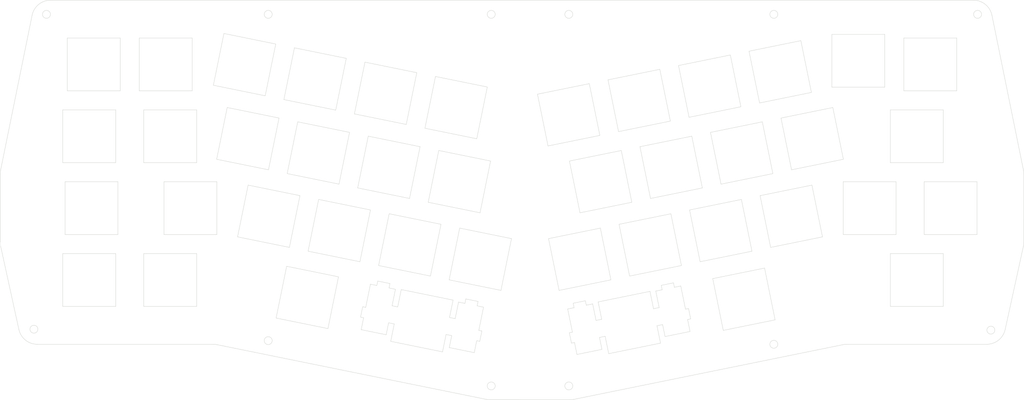
<source format=kicad_pcb>
(kicad_pcb (version 20171130) (host pcbnew "(5.1.2)-2")

  (general
    (thickness 1.6)
    (drawings 268)
    (tracks 0)
    (zones 0)
    (modules 0)
    (nets 1)
  )

  (page A3)
  (layers
    (0 F.Cu signal)
    (31 B.Cu signal)
    (32 B.Adhes user)
    (33 F.Adhes user)
    (34 B.Paste user)
    (35 F.Paste user)
    (36 B.SilkS user)
    (37 F.SilkS user)
    (38 B.Mask user)
    (39 F.Mask user)
    (40 Dwgs.User user)
    (41 Cmts.User user)
    (42 Eco1.User user)
    (43 Eco2.User user)
    (44 Edge.Cuts user)
    (45 Margin user)
    (46 B.CrtYd user)
    (47 F.CrtYd user)
    (48 B.Fab user)
    (49 F.Fab user)
  )

  (setup
    (last_trace_width 0.25)
    (trace_clearance 0.2)
    (zone_clearance 0.508)
    (zone_45_only no)
    (trace_min 0.2)
    (via_size 0.8)
    (via_drill 0.4)
    (via_min_size 0.4)
    (via_min_drill 0.3)
    (uvia_size 0.3)
    (uvia_drill 0.1)
    (uvias_allowed no)
    (uvia_min_size 0.2)
    (uvia_min_drill 0.1)
    (edge_width 0.1)
    (segment_width 0.2)
    (pcb_text_width 0.3)
    (pcb_text_size 1.5 1.5)
    (mod_edge_width 0.12)
    (mod_text_size 1 1)
    (mod_text_width 0.15)
    (pad_size 1.524 1.524)
    (pad_drill 0.762)
    (pad_to_mask_clearance 0.051)
    (solder_mask_min_width 0.25)
    (aux_axis_origin 0 0)
    (grid_origin 27.370075 17.1259)
    (visible_elements 7FFFFFFF)
    (pcbplotparams
      (layerselection 0x010fc_ffffffff)
      (usegerberextensions false)
      (usegerberattributes false)
      (usegerberadvancedattributes false)
      (creategerberjobfile false)
      (excludeedgelayer true)
      (linewidth 0.100000)
      (plotframeref false)
      (viasonmask false)
      (mode 1)
      (useauxorigin false)
      (hpglpennumber 1)
      (hpglpenspeed 20)
      (hpglpendiameter 15.000000)
      (psnegative false)
      (psa4output false)
      (plotreference true)
      (plotvalue true)
      (plotinvisibletext false)
      (padsonsilk false)
      (subtractmaskfromsilk false)
      (outputformat 1)
      (mirror false)
      (drillshape 1)
      (scaleselection 1)
      (outputdirectory ""))
  )

  (net 0 "")

  (net_class Default "これはデフォルトのネット クラスです。"
    (clearance 0.2)
    (trace_width 0.25)
    (via_dia 0.8)
    (via_drill 0.4)
    (uvia_dia 0.3)
    (uvia_drill 0.1)
  )

  (gr_circle (center 95.558075 25.8549) (end 96.608075 25.8549) (layer Edge.Cuts) (width 0.1))
  (gr_circle (center 229.403075 25.8549) (end 230.453075 25.8549) (layer Edge.Cuts) (width 0.1))
  (gr_line (start 24.605562 68.207918) (end 24.605562 86.214808) (layer Edge.Cuts) (width 0.1) (tstamp 5D5EA272))
  (gr_line (start 33.054149 26.108264) (end 24.705963 67.211) (layer Edge.Cuts) (width 0.1) (tstamp 5D5EA271))
  (gr_line (start 282.244485 22.105) (end 37.953899 22.105) (layer Edge.Cuts) (width 0.1) (tstamp 5D5EA270))
  (gr_line (start 295.48906 67.210159) (end 287.141625 26.110803) (layer Edge.Cuts) (width 0.1) (tstamp 5D5EA26F))
  (gr_line (start 295.58752 86.221756) (end 295.589437 68.207) (layer Edge.Cuts) (width 0.1) (tstamp 5D5EA26E))
  (gr_line (start 290.643656 109.37015) (end 295.473437 87.287) (layer Edge.Cuts) (width 0.1) (tstamp 5D5EA26D))
  (gr_line (start 248.709521 113.305) (end 285.758425 113.305) (layer Edge.Cuts) (width 0.1) (tstamp 5D5EA26C))
  (gr_line (start 176.363925 127.922386) (end 247.712712 113.405373) (layer Edge.Cuts) (width 0.1) (tstamp 5D5EA26B))
  (gr_line (start 154.345296 128.021765) (end 175.367041 128.022767) (layer Edge.Cuts) (width 0.1) (tstamp 5D5EA26A))
  (gr_line (start 81.99075 113.405) (end 153.348497 127.920547) (layer Edge.Cuts) (width 0.1) (tstamp 5D5EA269))
  (gr_line (start 34.435481 113.305) (end 80.993872 113.304998) (layer Edge.Cuts) (width 0.1) (tstamp 5D5EA268))
  (gr_line (start 24.720339 87.280005) (end 29.55175 109.367704) (layer Edge.Cuts) (width 0.1) (tstamp 5D5EA267))
  (gr_arc (start 29.605772 86.214808) (end 24.605562 86.214808) (angle -12.3) (layer Edge.Cuts) (width 0.05))
  (gr_arc (start 29.605962 68.207999) (end 24.705963 67.211) (angle -11.5) (layer Edge.Cuts) (width 0.1))
  (gr_arc (start 37.953899 27.105129) (end 37.953899 22.105) (angle -78.5) (layer Edge.Cuts) (width 0.1))
  (gr_arc (start 282.241626 27.104802) (end 287.141625 26.110803) (angle -78.5) (layer Edge.Cuts) (width 0.1))
  (gr_arc (start 290.589429 68.207) (end 295.589437 68.207) (angle -11.5) (layer Edge.Cuts) (width 0.1))
  (gr_arc (start 290.587438 86.225001) (end 295.473437 87.287) (angle -12.3) (layer Edge.Cuts) (width 0.1))
  (gr_arc (start 285.758425 108.304997) (end 285.758425 113.305) (angle -77.7) (layer Edge.Cuts) (width 0.1))
  (gr_arc (start 248.709521 118.304846) (end 248.709521 113.305) (angle -11.5) (layer Edge.Cuts) (width 0.1))
  (gr_arc (start 175.367041 123.022547) (end 175.367041 128.022767) (angle -11.5) (layer Edge.Cuts) (width 0.1))
  (gr_arc (start 154.349496 123.021548) (end 153.348497 127.920547) (angle -11.5) (layer Edge.Cuts) (width 0.1))
  (gr_arc (start 80.995751 118.304999) (end 81.99075 113.405) (angle -11.5) (layer Edge.Cuts) (width 0.1))
  (gr_arc (start 34.437749 108.304705) (end 29.55175 109.367704) (angle -77.7) (layer Edge.Cuts) (width 0.1))
  (gr_circle (center 154.59375 25.855) (end 155.64375 25.855) (layer Edge.Cuts) (width 0.1) (tstamp 5D5EA202))
  (gr_circle (center 175.12575 25.855) (end 176.17575 25.855) (layer Edge.Cuts) (width 0.1))
  (gr_circle (center 229.402375 113.304) (end 230.452375 113.304) (layer Edge.Cuts) (width 0.1))
  (gr_circle (center 95.558375 112.338) (end 96.608375 112.338) (layer Edge.Cuts) (width 0.1))
  (gr_circle (center 175.125497 124.346767) (end 176.175497 124.346767) (layer Edge.Cuts) (width 0.1))
  (gr_circle (center 154.593497 124.346767) (end 155.643497 124.346767) (layer Edge.Cuts) (width 0.1))
  (gr_circle (center 286.85275 109.555) (end 287.90275 109.555) (layer Edge.Cuts) (width 0.1))
  (gr_circle (center 33.537375 109.305) (end 34.587375 109.305) (layer Edge.Cuts) (width 0.1))
  (gr_circle (center 36.855375 25.855) (end 37.905375 25.855) (layer Edge.Cuts) (width 0.1))
  (gr_circle (center 283.33975 25.855) (end 284.38975 25.855) (layer Edge.Cuts) (width 0.1))
  (gr_line (start 138.499375 95.2247) (end 141.291375 81.5049) (layer Edge.Cuts) (width 0.1) (tstamp 5D5CCACF))
  (gr_line (start 169.762375 85.3029) (end 172.554375 99.0226) (layer Edge.Cuts) (width 0.1) (tstamp 5D5CCAD2))
  (gr_line (start 159.958375 85.3029) (end 146.239375 82.5124) (layer Edge.Cuts) (width 0.1) (tstamp 5D5CCAD5))
  (gr_line (start 127.572375 78.7144) (end 124.780375 92.4328) (layer Edge.Cuts) (width 0.1) (tstamp 5D5CCAD8))
  (gr_line (start 143.447375 96.2307) (end 157.167375 99.0226) (layer Edge.Cuts) (width 0.1) (tstamp 5D5CCADB))
  (gr_line (start 122.622375 77.7072) (end 108.904375 74.9164) (layer Edge.Cuts) (width 0.1) (tstamp 5D5CCADE))
  (gr_line (start 204.940375 92.4328) (end 202.149375 78.7144) (layer Edge.Cuts) (width 0.1) (tstamp 5D5CCAE1))
  (gr_line (start 119.832375 91.4268) (end 122.622375 77.7072) (layer Edge.Cuts) (width 0.1) (tstamp 5D5CCAE4))
  (gr_line (start 157.167375 99.0226) (end 159.958375 85.3029) (layer Edge.Cuts) (width 0.1) (tstamp 5D5CCAE7))
  (gr_line (start 274.253375 89.2757) (end 274.253375 103.2766) (layer Edge.Cuts) (width 0.1) (tstamp 5D5CCAEA))
  (gr_line (start 106.112375 88.6335) (end 119.832375 91.4268) (layer Edge.Cuts) (width 0.1) (tstamp 5D5CCAED))
  (gr_line (start 186.273375 96.2307) (end 183.482375 82.5124) (layer Edge.Cuts) (width 0.1) (tstamp 5D5CCAF0))
  (gr_line (start 202.149375 78.7144) (end 188.429375 81.5049) (layer Edge.Cuts) (width 0.1) (tstamp 5D5CCAF3))
  (gr_line (start 183.482375 82.5124) (end 169.762375 85.3029) (layer Edge.Cuts) (width 0.1) (tstamp 5D5CCAF6))
  (gr_line (start 260.254374 103.2766) (end 260.254374 89.2757) (layer Edge.Cuts) (width 0.1) (tstamp 5D5CCAF9))
  (gr_line (start 260.254374 89.2757) (end 274.253375 89.2757) (layer Edge.Cuts) (width 0.1) (tstamp 5D5CCAFC))
  (gr_line (start 191.221375 95.2247) (end 204.940375 92.4328) (layer Edge.Cuts) (width 0.1) (tstamp 5D5CCAFF))
  (gr_line (start 188.429375 81.5049) (end 191.221375 95.2247) (layer Edge.Cuts) (width 0.1) (tstamp 5D5CCB02))
  (gr_line (start 146.239375 82.5124) (end 143.447375 96.2307) (layer Edge.Cuts) (width 0.1) (tstamp 5D5CCB05))
  (gr_line (start 124.780375 92.4328) (end 138.499375 95.2247) (layer Edge.Cuts) (width 0.1) (tstamp 5D5CCB08))
  (gr_line (start 274.253375 103.2766) (end 260.254374 103.2766) (layer Edge.Cuts) (width 0.1) (tstamp 5D5CCB0B))
  (gr_line (start 172.554375 99.0226) (end 186.273375 96.2307) (layer Edge.Cuts) (width 0.1) (tstamp 5D5CCB0E))
  (gr_line (start 141.291375 81.5049) (end 127.572375 78.7144) (layer Edge.Cuts) (width 0.1) (tstamp 5D5CCB11))
  (gr_line (start 185.501375 43.2204) (end 188.292375 56.9385) (layer Edge.Cuts) (width 0.1) (tstamp 5D5CCB14))
  (gr_line (start 76.611375 51.1759) (end 76.611375 65.1766) (layer Edge.Cuts) (width 0.1) (tstamp 5D5CCB17))
  (gr_line (start 150.762375 58.8375) (end 153.553375 45.1194) (layer Edge.Cuts) (width 0.1) (tstamp 5D5CCB1A))
  (gr_line (start 245.020375 50.5515) (end 231.300375 53.3433) (layer Edge.Cuts) (width 0.1) (tstamp 5D5CCB1D))
  (gr_line (start 169.625375 60.7365) (end 183.344375 57.946) (layer Edge.Cuts) (width 0.1) (tstamp 5D5CCB20))
  (gr_line (start 137.042374 56.0456) (end 150.762375 58.8375) (layer Edge.Cuts) (width 0.1) (tstamp 5D5CCB23))
  (gr_line (start 55.178675 65.1766) (end 41.179475 65.1766) (layer Edge.Cuts) (width 0.1) (tstamp 5D5CCB26))
  (gr_line (start 229.143375 68.0676) (end 226.353375 54.3495) (layer Edge.Cuts) (width 0.1) (tstamp 5D5CCB29))
  (gr_line (start 180.552375 44.2276) (end 166.834375 47.018) (layer Edge.Cuts) (width 0.1) (tstamp 5D5CCB2C))
  (gr_line (start 260.254374 65.1766) (end 260.254374 51.1759) (layer Edge.Cuts) (width 0.1) (tstamp 5D5CCB2F))
  (gr_line (start 234.092375 67.0618) (end 247.810375 64.2699) (layer Edge.Cuts) (width 0.1) (tstamp 5D5CCB32))
  (gr_line (start 95.628575 67.0618) (end 98.420475 53.3433) (layer Edge.Cuts) (width 0.1) (tstamp 5D5CCB35))
  (gr_line (start 41.179475 51.1759) (end 55.178675 51.1759) (layer Edge.Cuts) (width 0.1) (tstamp 5D5CCB38))
  (gr_line (start 274.253375 65.1766) (end 260.254374 65.1766) (layer Edge.Cuts) (width 0.1) (tstamp 5D5CCB3B))
  (gr_line (start 103.367375 54.3495) (end 100.576975 68.0676) (layer Edge.Cuts) (width 0.1) (tstamp 5D5CCB3E))
  (gr_line (start 183.344375 57.946) (end 180.552375 44.2276) (layer Edge.Cuts) (width 0.1) (tstamp 5D5CCB41))
  (gr_line (start 260.254374 51.1759) (end 274.253375 51.1759) (layer Edge.Cuts) (width 0.1) (tstamp 5D5CCB44))
  (gr_line (start 41.179475 65.1766) (end 41.179475 51.1759) (layer Edge.Cuts) (width 0.1) (tstamp 5D5CCB47))
  (gr_line (start 117.087375 57.1413) (end 103.367375 54.3495) (layer Edge.Cuts) (width 0.1) (tstamp 5D5CCB4A))
  (gr_line (start 55.178675 51.1759) (end 55.178675 65.1766) (layer Edge.Cuts) (width 0.1) (tstamp 5D5CCB4D))
  (gr_line (start 247.810375 64.2699) (end 245.020375 50.5515) (layer Edge.Cuts) (width 0.1) (tstamp 5D5CCB50))
  (gr_line (start 231.300375 53.3433) (end 234.092375 67.0618) (layer Edge.Cuts) (width 0.1) (tstamp 5D5CCB53))
  (gr_line (start 212.633375 57.1413) (end 215.425375 70.8595) (layer Edge.Cuts) (width 0.1) (tstamp 5D5CCB56))
  (gr_line (start 98.420475 53.3433) (end 84.700575 50.5515) (layer Edge.Cuts) (width 0.1) (tstamp 5D5CCB59))
  (gr_line (start 153.553375 45.1194) (end 139.834375 42.3286) (layer Edge.Cuts) (width 0.1) (tstamp 5D5CCB5C))
  (gr_line (start 76.611375 65.1766) (end 62.610675 65.1766) (layer Edge.Cuts) (width 0.1) (tstamp 5D5CCB5F))
  (gr_line (start 84.700575 50.5515) (end 81.910075 64.2699) (layer Edge.Cuts) (width 0.1) (tstamp 5D5CCB62))
  (gr_line (start 139.834375 42.3286) (end 137.042374 56.0456) (layer Edge.Cuts) (width 0.1) (tstamp 5D5CCB65))
  (gr_line (start 188.292375 56.9385) (end 202.011375 54.148001) (layer Edge.Cuts) (width 0.1) (tstamp 5D5CCB68))
  (gr_line (start 81.910075 64.2699) (end 95.628575 67.0618) (layer Edge.Cuts) (width 0.1) (tstamp 5D5CCB6B))
  (gr_line (start 226.353375 54.3495) (end 212.633375 57.1413) (layer Edge.Cuts) (width 0.1) (tstamp 5D5CCB6E))
  (gr_line (start 220.678375 50.3504) (end 217.888375 36.6305) (layer Edge.Cuts) (width 0.1) (tstamp 5D5CCB71))
  (gr_line (start 121.167375 38.5309) (end 118.375375 52.2494) (layer Edge.Cuts) (width 0.1) (tstamp 5D5CCB74))
  (gr_line (start 62.610675 51.1759) (end 76.611375 51.1759) (layer Edge.Cuts) (width 0.1) (tstamp 5D5CCB77))
  (gr_line (start 166.834375 47.018) (end 169.625375 60.7365) (layer Edge.Cuts) (width 0.1) (tstamp 5D5CCB7A))
  (gr_line (start 204.169375 39.4238) (end 206.960375 53.1408) (layer Edge.Cuts) (width 0.1) (tstamp 5D5CCB7D))
  (gr_line (start 118.375375 52.2494) (end 132.095374 55.0398) (layer Edge.Cuts) (width 0.1) (tstamp 5D5CCB80))
  (gr_line (start 274.253375 51.1759) (end 274.253375 65.1766) (layer Edge.Cuts) (width 0.1) (tstamp 5D5CCB83))
  (gr_line (start 215.425375 70.8595) (end 229.143375 68.0676) (layer Edge.Cuts) (width 0.1) (tstamp 5D5CCB86))
  (gr_line (start 62.610675 65.1766) (end 62.610675 51.1759) (layer Edge.Cuts) (width 0.1) (tstamp 5D5CCB89))
  (gr_line (start 114.296375 70.8595) (end 117.087375 57.1413) (layer Edge.Cuts) (width 0.1) (tstamp 5D5CCB8C))
  (gr_line (start 206.960375 53.1408) (end 220.678375 50.3504) (layer Edge.Cuts) (width 0.1) (tstamp 5D5CCB8F))
  (gr_line (start 134.886375 41.3214) (end 121.167375 38.5309) (layer Edge.Cuts) (width 0.1) (tstamp 5D5CCB92))
  (gr_line (start 132.095374 55.0398) (end 134.886375 41.3214) (layer Edge.Cuts) (width 0.1) (tstamp 5D5CCB95))
  (gr_line (start 199.219375 40.4299) (end 185.501375 43.2204) (layer Edge.Cuts) (width 0.1) (tstamp 5D5CCB98))
  (gr_line (start 202.011375 54.148001) (end 199.219375 40.4299) (layer Edge.Cuts) (width 0.1) (tstamp 5D5CCB9B))
  (gr_line (start 263.826374 32.1259) (end 277.825375 32.1259) (layer Edge.Cuts) (width 0.1) (tstamp 5D5CCB9E))
  (gr_line (start 42.370075 46.1266) (end 42.370075 32.1259) (layer Edge.Cuts) (width 0.1) (tstamp 5D5CCBA1))
  (gr_line (start 56.369375 32.1259) (end 56.369375 46.1266) (layer Edge.Cuts) (width 0.1) (tstamp 5D5CCBA4))
  (gr_line (start 94.760375 47.4452) (end 97.550875 33.7257) (layer Edge.Cuts) (width 0.1) (tstamp 5D5CCBA7))
  (gr_line (start 222.836375 35.6247) (end 225.628375 49.3428) (layer Edge.Cuts) (width 0.1) (tstamp 5D5CCBAA))
  (gr_line (start 113.427375 51.2418) (end 116.217375 37.5248) (layer Edge.Cuts) (width 0.1) (tstamp 5D5CCBAD))
  (gr_line (start 277.825375 32.1259) (end 277.825375 46.1266) (layer Edge.Cuts) (width 0.1) (tstamp 5D5CCBB0))
  (gr_line (start 97.550875 33.7257) (end 83.832375 30.9338) (layer Edge.Cuts) (width 0.1) (tstamp 5D5CCBB3))
  (gr_line (start 61.420075 32.1259) (end 75.419375 32.1259) (layer Edge.Cuts) (width 0.1) (tstamp 5D5CCBB6))
  (gr_line (start 42.370075 32.1259) (end 56.369375 32.1259) (layer Edge.Cuts) (width 0.1) (tstamp 5D5CCBB9))
  (gr_line (start 81.040475 44.6534) (end 94.760375 47.4452) (layer Edge.Cuts) (width 0.1) (tstamp 5D5CCBBC))
  (gr_line (start 239.346375 46.5524) (end 236.554375 32.8325) (layer Edge.Cuts) (width 0.1) (tstamp 5D5CCBBF))
  (gr_line (start 83.832375 30.9338) (end 81.040475 44.6534) (layer Edge.Cuts) (width 0.1) (tstamp 5D5CCBC2))
  (gr_line (start 61.420075 46.1266) (end 61.420075 32.1259) (layer Edge.Cuts) (width 0.1) (tstamp 5D5CCBC5))
  (gr_line (start 75.419375 32.1259) (end 75.419375 46.1266) (layer Edge.Cuts) (width 0.1) (tstamp 5D5CCBC8))
  (gr_line (start 217.888375 36.6305) (end 204.169375 39.4238) (layer Edge.Cuts) (width 0.1) (tstamp 5D5CCBCB))
  (gr_line (start 244.776375 45.173) (end 244.776375 31.1734) (layer Edge.Cuts) (width 0.1) (tstamp 5D5CCBCE))
  (gr_line (start 258.775375 31.1734) (end 258.775375 45.173) (layer Edge.Cuts) (width 0.1) (tstamp 5D5CCBD1))
  (gr_line (start 244.776375 31.1734) (end 258.775375 31.1734) (layer Edge.Cuts) (width 0.1) (tstamp 5D5CCBD4))
  (gr_line (start 116.217375 37.5248) (end 102.499275 34.7315) (layer Edge.Cuts) (width 0.1) (tstamp 5D5CCBD7))
  (gr_line (start 56.369375 46.1266) (end 42.370075 46.1266) (layer Edge.Cuts) (width 0.1) (tstamp 5D5CCBDA))
  (gr_line (start 277.825375 46.1266) (end 263.826374 46.1266) (layer Edge.Cuts) (width 0.1) (tstamp 5D5CCBDD))
  (gr_line (start 263.826374 46.1266) (end 263.826374 32.1259) (layer Edge.Cuts) (width 0.1) (tstamp 5D5CCBE0))
  (gr_line (start 102.499275 34.7315) (end 99.708775 48.4514) (layer Edge.Cuts) (width 0.1) (tstamp 5D5CCBE3))
  (gr_line (start 75.419375 46.1266) (end 61.420075 46.1266) (layer Edge.Cuts) (width 0.1) (tstamp 5D5CCBE6))
  (gr_line (start 236.554375 32.8325) (end 222.836375 35.6247) (layer Edge.Cuts) (width 0.1) (tstamp 5D5CCBE9))
  (gr_line (start 99.708775 48.4514) (end 113.427375 51.2418) (layer Edge.Cuts) (width 0.1) (tstamp 5D5CCBEC))
  (gr_line (start 225.628375 49.3428) (end 239.346375 46.5524) (layer Edge.Cuts) (width 0.1) (tstamp 5D5CCBEF))
  (gr_line (start 258.775375 45.173) (end 244.776375 45.173) (layer Edge.Cuts) (width 0.1) (tstamp 5D5CCBF2))
  (gr_line (start 147.871375 101.2936) (end 147.631375 102.4704) (layer Edge.Cuts) (width 0.1) (tstamp 5D5CCBF5))
  (gr_line (start 151.306375 109.6156) (end 152.556375 103.4722) (layer Edge.Cuts) (width 0.1) (tstamp 5D5CCBF8))
  (gr_line (start 127.426375 107.6146) (end 128.920375 107.9192) (layer Edge.Cuts) (width 0.1) (tstamp 5D5CCBFB))
  (gr_line (start 141.701375 115.31651) (end 142.638375 110.7097) (layer Edge.Cuts) (width 0.1) (tstamp 5D5CCBFE))
  (gr_line (start 150.865375 103.1278) (end 151.105375 101.9523) (layer Edge.Cuts) (width 0.1) (tstamp 5D5CCC01))
  (gr_line (start 143.489375 114.17962) (end 150.103375 115.52458) (layer Edge.Cuts) (width 0.1) (tstamp 5D5CCC04))
  (gr_line (start 151.105375 101.9523) (end 147.871375 101.2936) (layer Edge.Cuts) (width 0.1) (tstamp 5D5CCC07))
  (gr_line (start 152.556375 103.4722) (end 150.865375 103.1278) (layer Edge.Cuts) (width 0.1) (tstamp 5D5CCC0A))
  (gr_line (start 152.114375 109.7809) (end 151.306375 109.6156) (layer Edge.Cuts) (width 0.1) (tstamp 5D5CCC0D))
  (gr_line (start 151.556375 112.5246) (end 152.114375 109.7809) (layer Edge.Cuts) (width 0.1) (tstamp 5D5CCC10))
  (gr_line (start 150.103375 115.52458) (end 150.748375 112.36062) (layer Edge.Cuts) (width 0.1) (tstamp 5D5CCC13))
  (gr_line (start 128.920375 107.9192) (end 127.983375 112.5246) (layer Edge.Cuts) (width 0.1) (tstamp 5D5CCC16))
  (gr_line (start 126.781375 110.78) (end 127.426375 107.6146) (layer Edge.Cuts) (width 0.1) (tstamp 5D5CCC19))
  (gr_line (start 150.748375 112.36062) (end 151.556375 112.5246) (layer Edge.Cuts) (width 0.1) (tstamp 5D5CCC1C))
  (gr_line (start 144.132375 111.01428) (end 143.489375 114.17962) (layer Edge.Cuts) (width 0.1) (tstamp 5D5CCC1F))
  (gr_line (start 142.638375 110.7097) (end 144.132375 111.01428) (layer Edge.Cuts) (width 0.1) (tstamp 5D5CCC22))
  (gr_line (start 144.493375 101.5967) (end 130.774375 98.8062) (layer Edge.Cuts) (width 0.1) (tstamp 5D5CCC25))
  (gr_line (start 143.556375 106.2035) (end 144.493375 101.5967) (layer Edge.Cuts) (width 0.1) (tstamp 5D5CCC28))
  (gr_line (start 145.050375 106.5067) (end 143.556375 106.2035) (layer Edge.Cuts) (width 0.1) (tstamp 5D5CCC2B))
  (gr_line (start 127.983375 112.5246) (end 141.701375 115.31651) (layer Edge.Cuts) (width 0.1) (tstamp 5D5CCC2E))
  (gr_line (start 145.942375 102.1259) (end 145.050375 106.5067) (layer Edge.Cuts) (width 0.1) (tstamp 5D5CCC31))
  (gr_line (start 120.167375 109.4337) (end 126.781375 110.78) (layer Edge.Cuts) (width 0.1) (tstamp 5D5CCC34))
  (gr_line (start 147.631375 102.4704) (end 145.942375 102.1259) (layer Edge.Cuts) (width 0.1) (tstamp 5D5CCC37))
  (gr_line (start 87.445575 84.8372) (end 101.163975 87.6276) (layer Edge.Cuts) (width 0.1) (tstamp 5D5CCC3A))
  (gr_line (start 151.630375 78.4555) (end 154.422375 64.7356) (layer Edge.Cuts) (width 0.1) (tstamp 5D5CCC3D))
  (gr_line (start 90.237375 71.1187) (end 87.445575 84.8372) (layer Edge.Cuts) (width 0.1) (tstamp 5D5CCC40))
  (gr_line (start 67.968375 84.2266) (end 67.968375 70.2259) (layer Edge.Cuts) (width 0.1) (tstamp 5D5CCC43))
  (gr_line (start 55.775575 84.2266) (end 41.775975 84.2266) (layer Edge.Cuts) (width 0.1) (tstamp 5D5CCC46))
  (gr_line (start 207.098375 77.7072) (end 209.888375 91.4268) (layer Edge.Cuts) (width 0.1) (tstamp 5D5CCC49))
  (gr_line (start 140.702375 61.9451) (end 137.912375 75.665) (layer Edge.Cuts) (width 0.1) (tstamp 5D5CCC4C))
  (gr_line (start 261.753375 84.2266) (end 247.754375 84.2266) (layer Edge.Cuts) (width 0.1) (tstamp 5D5CCC4F))
  (gr_line (start 223.608375 88.6335) (end 220.817375 74.9164) (layer Edge.Cuts) (width 0.1) (tstamp 5D5CCC52))
  (gr_line (start 191.808375 75.665) (end 189.018375 61.9451) (layer Edge.Cuts) (width 0.1) (tstamp 5D5CCC55))
  (gr_line (start 67.968375 70.2259) (end 81.969375 70.2259) (layer Edge.Cuts) (width 0.1) (tstamp 5D5CCC58))
  (gr_line (start 283.185375 70.2259) (end 283.185375 84.2266) (layer Edge.Cuts) (width 0.1) (tstamp 5D5CCC5B))
  (gr_line (start 175.299375 64.7356) (end 178.090375 78.4555) (layer Edge.Cuts) (width 0.1) (tstamp 5D5CCC5E))
  (gr_line (start 154.422375 64.7356) (end 140.702375 61.9451) (layer Edge.Cuts) (width 0.1) (tstamp 5D5CCC61))
  (gr_line (start 137.912375 75.665) (end 151.630375 78.4555) (layer Edge.Cuts) (width 0.1) (tstamp 5D5CCC64))
  (gr_line (start 209.888375 91.4268) (end 223.608375 88.6335) (layer Edge.Cuts) (width 0.1) (tstamp 5D5CCC67))
  (gr_line (start 103.956375 73.9092) (end 90.237375 71.1187) (layer Edge.Cuts) (width 0.1) (tstamp 5D5CCC6A))
  (gr_line (start 283.185375 84.2266) (end 269.185375 84.2266) (layer Edge.Cuts) (width 0.1) (tstamp 5D5CCC6D))
  (gr_line (start 220.817375 74.9164) (end 207.098375 77.7072) (layer Edge.Cuts) (width 0.1) (tstamp 5D5CCC70))
  (gr_line (start 108.904375 74.9164) (end 106.112375 88.6335) (layer Edge.Cuts) (width 0.1) (tstamp 5D5CCC73))
  (gr_line (start 247.754375 70.2259) (end 261.753375 70.2259) (layer Edge.Cuts) (width 0.1) (tstamp 5D5CCC76))
  (gr_line (start 228.556375 87.6276) (end 242.276375 84.8372) (layer Edge.Cuts) (width 0.1) (tstamp 5D5CCC79))
  (gr_line (start 225.764375 73.9092) (end 228.556375 87.6276) (layer Edge.Cuts) (width 0.1) (tstamp 5D5CCC7C))
  (gr_line (start 81.969375 84.2266) (end 67.968375 84.2266) (layer Edge.Cuts) (width 0.1) (tstamp 5D5CCC7F))
  (gr_line (start 55.775575 70.2259) (end 55.775575 84.2266) (layer Edge.Cuts) (width 0.1) (tstamp 5D5CCC82))
  (gr_line (start 101.163975 87.6276) (end 103.956375 73.9092) (layer Edge.Cuts) (width 0.1) (tstamp 5D5CCC85))
  (gr_line (start 269.185375 84.2266) (end 269.185375 70.2259) (layer Edge.Cuts) (width 0.1) (tstamp 5D5CCC88))
  (gr_line (start 269.185375 70.2259) (end 283.185375 70.2259) (layer Edge.Cuts) (width 0.1) (tstamp 5D5CCC8B))
  (gr_line (start 247.754375 84.2266) (end 247.754375 70.2259) (layer Edge.Cuts) (width 0.1) (tstamp 5D5CCC8E))
  (gr_line (start 41.775975 84.2266) (end 41.775975 70.2259) (layer Edge.Cuts) (width 0.1) (tstamp 5D5CCC91))
  (gr_line (start 41.775975 70.2259) (end 55.775575 70.2259) (layer Edge.Cuts) (width 0.1) (tstamp 5D5CCC94))
  (gr_line (start 239.484375 71.1187) (end 225.764375 73.9092) (layer Edge.Cuts) (width 0.1) (tstamp 5D5CCC97))
  (gr_line (start 100.576975 68.0676) (end 114.296375 70.8595) (layer Edge.Cuts) (width 0.1) (tstamp 5D5CCC9A))
  (gr_line (start 207.685375 58.1471) (end 193.966375 60.939) (layer Edge.Cuts) (width 0.1) (tstamp 5D5CCC9D))
  (gr_line (start 210.475375 71.8656) (end 207.685375 58.1471) (layer Edge.Cuts) (width 0.1) (tstamp 5D5CCCA0))
  (gr_line (start 196.757375 74.6575) (end 210.475375 71.8656) (layer Edge.Cuts) (width 0.1) (tstamp 5D5CCCA3))
  (gr_line (start 122.035375 58.1471) (end 119.245375 71.8656) (layer Edge.Cuts) (width 0.1) (tstamp 5D5CCCA6))
  (gr_line (start 193.966375 60.939) (end 196.757375 74.6575) (layer Edge.Cuts) (width 0.1) (tstamp 5D5CCCA9))
  (gr_line (start 261.753375 70.2259) (end 261.753375 84.2266) (layer Edge.Cuts) (width 0.1) (tstamp 5D5CCCAC))
  (gr_line (start 135.755375 60.939) (end 122.035375 58.1471) (layer Edge.Cuts) (width 0.1) (tstamp 5D5CCCAF))
  (gr_line (start 132.963375 74.6575) (end 135.755375 60.939) (layer Edge.Cuts) (width 0.1) (tstamp 5D5CCCB2))
  (gr_line (start 119.245375 71.8656) (end 132.963375 74.6575) (layer Edge.Cuts) (width 0.1) (tstamp 5D5CCCB5))
  (gr_line (start 189.018375 61.9451) (end 175.299375 64.7356) (layer Edge.Cuts) (width 0.1) (tstamp 5D5CCCB8))
  (gr_line (start 81.969375 70.2259) (end 81.969375 84.2266) (layer Edge.Cuts) (width 0.1) (tstamp 5D5CCCBB))
  (gr_line (start 242.276375 84.8372) (end 239.484375 71.1187) (layer Edge.Cuts) (width 0.1) (tstamp 5D5CCCBE))
  (gr_line (start 178.090375 78.4555) (end 191.808375 75.665) (layer Edge.Cuts) (width 0.1) (tstamp 5D5CCCC1))
  (gr_line (start 55.178675 103.2766) (end 41.179475 103.2766) (layer Edge.Cuts) (width 0.1) (tstamp 5D5CCCC4))
  (gr_line (start 216.020375 109.6197) (end 229.739375 106.8278) (layer Edge.Cuts) (width 0.1) (tstamp 5D5CCCC7))
  (gr_line (start 129.234375 98.7277) (end 127.543375 98.3832) (layer Edge.Cuts) (width 0.1) (tstamp 5D5CCCCA))
  (gr_line (start 97.648575 106.3537) (end 111.367375 109.1443) (layer Edge.Cuts) (width 0.1) (tstamp 5D5CCCCD))
  (gr_line (start 100.439075 92.634) (end 97.648575 106.3537) (layer Edge.Cuts) (width 0.1) (tstamp 5D5CCCD0))
  (gr_line (start 127.783375 97.2077) (end 124.549375 96.549) (layer Edge.Cuts) (width 0.1) (tstamp 5D5CCCD3))
  (gr_line (start 55.178675 89.2757) (end 55.178675 103.2766) (layer Edge.Cuts) (width 0.1) (tstamp 5D5CCCD6))
  (gr_line (start 41.179475 89.2757) (end 55.178675 89.2757) (layer Edge.Cuts) (width 0.1) (tstamp 5D5CCCD9))
  (gr_line (start 114.157375 95.4245) (end 100.439075 92.634) (layer Edge.Cuts) (width 0.1) (tstamp 5D5CCCDC))
  (gr_line (start 111.367375 109.1443) (end 114.157375 95.4245) (layer Edge.Cuts) (width 0.1) (tstamp 5D5CCCDF))
  (gr_line (start 229.739375 106.8278) (end 226.948375 93.1094) (layer Edge.Cuts) (width 0.1) (tstamp 5D5CCCE2))
  (gr_line (start 213.228375 95.8999) (end 216.020375 109.6197) (layer Edge.Cuts) (width 0.1) (tstamp 5D5CCCE5))
  (gr_line (start 128.343375 103.1071) (end 129.234375 98.7277) (layer Edge.Cuts) (width 0.1) (tstamp 5D5CCCE8))
  (gr_line (start 127.543375 98.3832) (end 127.783375 97.2077) (layer Edge.Cuts) (width 0.1) (tstamp 5D5CCCEB))
  (gr_line (start 129.836375 103.4116) (end 128.343375 103.1071) (layer Edge.Cuts) (width 0.1) (tstamp 5D5CCCEE))
  (gr_line (start 130.774375 98.8062) (end 129.836375 103.4116) (layer Edge.Cuts) (width 0.1) (tstamp 5D5CCCF1))
  (gr_line (start 62.610675 103.2766) (end 62.610675 89.2757) (layer Edge.Cuts) (width 0.1) (tstamp 5D5CCCF4))
  (gr_line (start 76.611375 103.2766) (end 62.610675 103.2766) (layer Edge.Cuts) (width 0.1) (tstamp 5D5CCCF7))
  (gr_line (start 62.610675 89.2757) (end 76.611375 89.2757) (layer Edge.Cuts) (width 0.1) (tstamp 5D5CCCFA))
  (gr_line (start 226.948375 93.1094) (end 213.228375 95.8999) (layer Edge.Cuts) (width 0.1) (tstamp 5D5CCCFD))
  (gr_line (start 76.611375 89.2757) (end 76.611375 103.2766) (layer Edge.Cuts) (width 0.1) (tstamp 5D5CCD00))
  (gr_line (start 124.549375 96.549) (end 124.309375 97.7259) (layer Edge.Cuts) (width 0.1) (tstamp 5D5CCD03))
  (gr_line (start 41.179475 103.2766) (end 41.179475 89.2757) (layer Edge.Cuts) (width 0.1) (tstamp 5D5CCD06))
  (gr_line (start 207.384375 106.5797) (end 206.826375 103.8361) (layer Edge.Cuts) (width 0.1) (tstamp 5D5CCD09))
  (gr_line (start 199.406375 112.99866) (end 198.468375 108.3946) (layer Edge.Cuts) (width 0.1) (tstamp 5D5CCD0C))
  (gr_line (start 199.962375 108.0901) (end 200.606375 111.25541) (layer Edge.Cuts) (width 0.1) (tstamp 5D5CCD0F))
  (gr_line (start 207.220375 109.9091) (end 206.575375 106.7437) (layer Edge.Cuts) (width 0.1) (tstamp 5D5CCD12))
  (gr_line (start 200.606375 111.25541) (end 207.220375 109.9091) (layer Edge.Cuts) (width 0.1) (tstamp 5D5CCD15))
  (gr_line (start 185.686375 115.79054) (end 199.406375 112.99866) (layer Edge.Cuts) (width 0.1) (tstamp 5D5CCD18))
  (gr_line (start 184.749375 111.18513) (end 185.686375 115.79054) (layer Edge.Cuts) (width 0.1) (tstamp 5D5CCD1B))
  (gr_line (start 177.284375 116.00002) (end 183.898375 114.65368) (layer Edge.Cuts) (width 0.1) (tstamp 5D5CCD1E))
  (gr_line (start 206.575375 106.7437) (end 207.384375 106.5797) (layer Edge.Cuts) (width 0.1) (tstamp 5D5CCD21))
  (gr_line (start 183.253375 111.48969) (end 184.749375 111.18513) (layer Edge.Cuts) (width 0.1) (tstamp 5D5CCD24))
  (gr_line (start 122.618375 97.3813) (end 121.368375 103.5246) (layer Edge.Cuts) (width 0.1) (tstamp 5D5CCD27))
  (gr_line (start 206.826375 103.8361) (end 206.017375 104) (layer Edge.Cuts) (width 0.1) (tstamp 5D5CCD2A))
  (gr_line (start 198.468375 108.3946) (end 199.962375 108.0901) (layer Edge.Cuts) (width 0.1) (tstamp 5D5CCD2D))
  (gr_line (start 120.810375 106.2697) (end 120.167375 109.4337) (layer Edge.Cuts) (width 0.1) (tstamp 5D5CCD30))
  (gr_line (start 120.003375 106.1057) (end 120.810375 106.2697) (layer Edge.Cuts) (width 0.1) (tstamp 5D5CCD33))
  (gr_line (start 120.561375 103.3606) (end 120.003375 106.1057) (layer Edge.Cuts) (width 0.1) (tstamp 5D5CCD36))
  (gr_line (start 183.898375 114.65368) (end 183.253375 111.48969) (layer Edge.Cuts) (width 0.1) (tstamp 5D5CCD39))
  (gr_line (start 121.368375 103.5246) (end 120.561375 103.3606) (layer Edge.Cuts) (width 0.1) (tstamp 5D5CCD3C))
  (gr_line (start 124.309375 97.7259) (end 122.618375 97.3813) (layer Edge.Cuts) (width 0.1) (tstamp 5D5CCD3F))
  (gr_line (start 202.838375 97.0244) (end 199.605375 97.6818) (layer Edge.Cuts) (width 0.1) (tstamp 5D5CCD42))
  (gr_line (start 203.078375 98.1999) (end 202.838375 97.0244) (layer Edge.Cuts) (width 0.1) (tstamp 5D5CCD45))
  (gr_line (start 204.767375 97.8568) (end 203.078375 98.1999) (layer Edge.Cuts) (width 0.1) (tstamp 5D5CCD48))
  (gr_line (start 206.017375 104) (end 204.767375 97.8568) (layer Edge.Cuts) (width 0.1) (tstamp 5D5CCD4B))
  (gr_line (start 179.516375 101.769) (end 176.283375 102.4277) (layer Edge.Cuts) (width 0.1) (tstamp 5D5CCD4E))
  (gr_line (start 181.445375 102.6013) (end 179.756375 102.9459) (layer Edge.Cuts) (width 0.1) (tstamp 5D5CCD51))
  (gr_line (start 183.832375 106.6776) (end 182.337375 106.9808) (layer Edge.Cuts) (width 0.1) (tstamp 5D5CCD54))
  (gr_line (start 176.640375 112.83465) (end 177.284375 116.00002) (layer Edge.Cuts) (width 0.1) (tstamp 5D5CCD57))
  (gr_line (start 175.831375 112.99866) (end 176.640375 112.83465) (layer Edge.Cuts) (width 0.1) (tstamp 5D5CCD5A))
  (gr_line (start 182.337375 106.9808) (end 181.445375 102.6013) (layer Edge.Cuts) (width 0.1) (tstamp 5D5CCD5D))
  (gr_line (start 197.549375 103.8857) (end 196.612375 99.2803) (layer Edge.Cuts) (width 0.1) (tstamp 5D5CCD60))
  (gr_line (start 199.844375 98.8586) (end 198.154375 99.2017) (layer Edge.Cuts) (width 0.1) (tstamp 5D5CCD63))
  (gr_line (start 176.082375 110.091) (end 175.273375 110.255) (layer Edge.Cuts) (width 0.1) (tstamp 5D5CCD66))
  (gr_line (start 176.522375 103.6032) (end 174.832375 103.9477) (layer Edge.Cuts) (width 0.1) (tstamp 5D5CCD69))
  (gr_line (start 174.832375 103.9477) (end 176.082375 110.091) (layer Edge.Cuts) (width 0.1) (tstamp 5D5CCD6C))
  (gr_line (start 199.605375 97.6818) (end 199.844375 98.8586) (layer Edge.Cuts) (width 0.1) (tstamp 5D5CCD6F))
  (gr_line (start 182.895375 102.0722) (end 183.832375 106.6776) (layer Edge.Cuts) (width 0.1) (tstamp 5D5CCD72))
  (gr_line (start 198.154375 99.2017) (end 199.044375 103.5825) (layer Edge.Cuts) (width 0.1) (tstamp 5D5CCD75))
  (gr_line (start 179.756375 102.9459) (end 179.516375 101.769) (layer Edge.Cuts) (width 0.1) (tstamp 5D5CCD78))
  (gr_line (start 199.044375 103.5825) (end 197.549375 103.8857) (layer Edge.Cuts) (width 0.1) (tstamp 5D5CCD7B))
  (gr_line (start 196.612375 99.2803) (end 182.895375 102.0722) (layer Edge.Cuts) (width 0.1) (tstamp 5D5CCD7E))
  (gr_line (start 176.283375 102.4277) (end 176.522375 103.6032) (layer Edge.Cuts) (width 0.1) (tstamp 5D5CCD81))
  (gr_line (start 175.273375 110.255) (end 175.831375 112.99866) (layer Edge.Cuts) (width 0.1) (tstamp 5D5CCD84))

)

</source>
